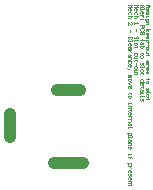
<source format=gm1>
%FSLAX23Y23*%
%MOIN*%
G70*
G01*
G75*
G04 Layer_Color=16711935*
%ADD10R,0.118X0.276*%
%ADD11R,0.067X0.043*%
%ADD12R,0.039X0.051*%
%ADD13R,0.055X0.043*%
%ADD14O,0.061X0.010*%
%ADD15O,0.010X0.061*%
%ADD16R,0.043X0.055*%
%ADD17R,0.051X0.039*%
%ADD18R,0.413X0.331*%
%ADD19R,0.041X0.130*%
%ADD20R,0.041X0.150*%
%ADD21R,0.421X0.331*%
%ADD22R,0.059X0.024*%
%ADD23O,0.024X0.087*%
%ADD24C,0.020*%
%ADD25C,0.010*%
%ADD26C,0.012*%
%ADD27R,0.059X0.059*%
%ADD28C,0.059*%
%ADD29C,0.150*%
%ADD30R,0.150X0.150*%
%ADD31R,0.059X0.059*%
%ADD32C,0.051*%
%ADD33C,0.073*%
%ADD34R,0.073X0.073*%
%ADD35C,0.059*%
%ADD36O,0.079X0.157*%
%ADD37O,0.157X0.079*%
%ADD38O,0.177X0.079*%
%ADD39C,0.064*%
%ADD40C,0.130*%
%ADD41C,0.088*%
%ADD42C,0.060*%
%ADD43C,0.071*%
%ADD44R,0.071X0.071*%
%ADD45C,0.067*%
%ADD46R,0.067X0.067*%
%ADD47C,0.050*%
%ADD48C,0.008*%
%ADD49C,0.010*%
%ADD50C,0.024*%
%ADD51C,0.006*%
%ADD52R,0.126X0.284*%
%ADD53R,0.075X0.051*%
%ADD54R,0.047X0.059*%
%ADD55R,0.063X0.051*%
%ADD56O,0.069X0.018*%
%ADD57O,0.018X0.069*%
%ADD58R,0.051X0.063*%
%ADD59R,0.059X0.047*%
%ADD60R,0.421X0.339*%
%ADD61R,0.049X0.138*%
%ADD62R,0.049X0.158*%
%ADD63R,0.429X0.339*%
%ADD64R,0.067X0.032*%
%ADD65O,0.032X0.095*%
%ADD66R,0.067X0.067*%
%ADD67C,0.067*%
%ADD68C,0.158*%
%ADD69R,0.158X0.158*%
%ADD70R,0.067X0.067*%
%ADD71C,0.059*%
%ADD72C,0.081*%
%ADD73R,0.081X0.081*%
%ADD74C,0.067*%
%ADD75O,0.087X0.165*%
%ADD76O,0.165X0.087*%
%ADD77O,0.185X0.087*%
%ADD78C,0.072*%
%ADD79C,0.138*%
%ADD80C,0.096*%
%ADD81C,0.068*%
%ADD82C,0.079*%
%ADD83R,0.079X0.079*%
%ADD84C,0.075*%
%ADD85R,0.075X0.075*%
%ADD86C,0.058*%
%ADD87C,0.039*%
%ADD88C,0.001*%
D87*
X2271Y3301D02*
X2369D01*
X2123Y3387D02*
Y3466D01*
X2281Y3545D02*
X2359D01*
D88*
X2559Y3829D02*
X2567D01*
X2571Y3825D01*
X2567Y3821D01*
X2559D01*
X2565D01*
Y3829D01*
X2559Y3817D02*
Y3813D01*
Y3815D01*
X2571D01*
Y3817D01*
X2559Y3801D02*
Y3805D01*
X2561Y3807D01*
X2565D01*
X2567Y3805D01*
Y3801D01*
X2565Y3799D01*
X2563D01*
Y3807D01*
X2567Y3795D02*
X2559D01*
X2563D01*
X2565Y3793D01*
X2567Y3791D01*
Y3789D01*
X2569Y3782D02*
X2567D01*
Y3783D01*
Y3780D01*
Y3782D01*
X2561D01*
X2559Y3780D01*
Y3762D02*
X2571D01*
Y3756D01*
X2569Y3754D01*
X2565D01*
X2563Y3756D01*
Y3762D01*
X2569Y3742D02*
X2571Y3744D01*
Y3748D01*
X2569Y3750D01*
X2561D01*
X2559Y3748D01*
Y3744D01*
X2561Y3742D01*
X2571Y3738D02*
X2559D01*
Y3732D01*
X2561Y3730D01*
X2563D01*
X2565Y3732D01*
Y3738D01*
Y3732D01*
X2567Y3730D01*
X2569D01*
X2571Y3732D01*
Y3738D01*
X2559Y3713D02*
X2569D01*
X2565D01*
Y3715D01*
Y3711D01*
Y3713D01*
X2569D01*
X2571Y3711D01*
X2567Y3703D02*
Y3699D01*
X2565Y3697D01*
X2559D01*
Y3703D01*
X2561Y3705D01*
X2563Y3703D01*
Y3697D01*
X2571Y3693D02*
X2559D01*
Y3687D01*
X2561Y3685D01*
X2563D01*
X2565D01*
X2567Y3687D01*
Y3693D01*
X2569Y3667D02*
X2567D01*
Y3669D01*
Y3665D01*
Y3667D01*
X2561D01*
X2559Y3665D01*
Y3658D02*
Y3654D01*
X2561Y3652D01*
X2565D01*
X2567Y3654D01*
Y3658D01*
X2565Y3660D01*
X2561D01*
X2559Y3658D01*
Y3636D02*
Y3630D01*
X2561Y3628D01*
X2563Y3630D01*
Y3634D01*
X2565Y3636D01*
X2567Y3634D01*
Y3628D01*
X2559Y3624D02*
Y3620D01*
Y3622D01*
X2571D01*
Y3624D01*
X2559Y3612D02*
Y3608D01*
X2561Y3606D01*
X2565D01*
X2567Y3608D01*
Y3612D01*
X2565Y3614D01*
X2561D01*
X2559Y3612D01*
X2569Y3600D02*
X2567D01*
Y3602D01*
Y3599D01*
Y3600D01*
X2561D01*
X2559Y3599D01*
X2571Y3573D02*
X2559D01*
Y3579D01*
X2561Y3581D01*
X2565D01*
X2567Y3579D01*
Y3573D01*
X2559Y3563D02*
Y3567D01*
X2561Y3569D01*
X2565D01*
X2567Y3567D01*
Y3563D01*
X2565Y3561D01*
X2563D01*
Y3569D01*
X2569Y3555D02*
X2567D01*
Y3557D01*
Y3553D01*
Y3555D01*
X2561D01*
X2559Y3553D01*
X2567Y3545D02*
Y3541D01*
X2565Y3539D01*
X2559D01*
Y3545D01*
X2561Y3547D01*
X2563Y3545D01*
Y3539D01*
X2559Y3536D02*
Y3532D01*
Y3534D01*
X2567D01*
Y3536D01*
X2559Y3526D02*
Y3522D01*
Y3524D01*
X2571D01*
Y3526D01*
X2559Y3516D02*
Y3510D01*
X2561Y3508D01*
X2563Y3510D01*
Y3514D01*
X2565Y3516D01*
X2567Y3514D01*
Y3508D01*
X2579Y3829D02*
X2586D01*
X2590Y3825D01*
X2586Y3821D01*
X2579D01*
X2584D01*
Y3829D01*
X2579Y3817D02*
Y3811D01*
X2580Y3809D01*
X2582Y3811D01*
Y3815D01*
X2584Y3817D01*
X2586Y3815D01*
Y3809D01*
X2579Y3805D02*
Y3799D01*
X2580Y3797D01*
X2582Y3799D01*
Y3803D01*
X2584Y3805D01*
X2586Y3803D01*
Y3797D01*
X2579Y3793D02*
Y3789D01*
Y3791D01*
X2586D01*
Y3793D01*
X2575Y3780D02*
Y3778D01*
X2577Y3776D01*
X2586D01*
Y3782D01*
X2584Y3783D01*
X2580D01*
X2579Y3782D01*
Y3776D01*
Y3772D02*
X2586D01*
Y3766D01*
X2584Y3764D01*
X2579D01*
Y3748D02*
X2590D01*
X2582D02*
X2586Y3742D01*
X2582Y3748D02*
X2579Y3742D01*
Y3730D02*
Y3734D01*
X2580Y3736D01*
X2584D01*
X2586Y3734D01*
Y3730D01*
X2584Y3728D01*
X2582D01*
Y3736D01*
X2579Y3719D02*
Y3722D01*
X2580Y3724D01*
X2584D01*
X2586Y3722D01*
Y3719D01*
X2584Y3717D01*
X2582D01*
Y3724D01*
X2575Y3713D02*
X2586D01*
Y3707D01*
X2584Y3705D01*
X2580D01*
X2579Y3707D01*
Y3713D01*
X2584Y3701D02*
Y3693D01*
X2579Y3687D02*
Y3683D01*
X2580Y3681D01*
X2584D01*
X2586Y3683D01*
Y3687D01*
X2584Y3689D01*
X2580D01*
X2579Y3687D01*
X2586Y3677D02*
X2580D01*
X2579Y3675D01*
Y3669D01*
X2586D01*
X2588Y3663D02*
X2586D01*
Y3665D01*
Y3661D01*
Y3663D01*
X2580D01*
X2579Y3661D01*
X2586Y3642D02*
Y3638D01*
X2584Y3636D01*
X2579D01*
Y3642D01*
X2580Y3644D01*
X2582Y3642D01*
Y3636D01*
X2586Y3632D02*
X2579D01*
X2582D01*
X2584Y3630D01*
X2586Y3628D01*
Y3626D01*
X2579Y3614D02*
Y3618D01*
X2580Y3620D01*
X2584D01*
X2586Y3618D01*
Y3614D01*
X2584Y3612D01*
X2582D01*
Y3620D01*
X2586Y3606D02*
Y3602D01*
X2584Y3600D01*
X2579D01*
Y3606D01*
X2580Y3608D01*
X2582Y3606D01*
Y3600D01*
X2588Y3583D02*
X2586D01*
Y3585D01*
Y3581D01*
Y3583D01*
X2580D01*
X2579Y3581D01*
Y3573D02*
Y3569D01*
X2580Y3567D01*
X2584D01*
X2586Y3569D01*
Y3573D01*
X2584Y3575D01*
X2580D01*
X2579Y3573D01*
Y3551D02*
Y3545D01*
X2580Y3543D01*
X2582Y3545D01*
Y3549D01*
X2584Y3551D01*
X2586Y3549D01*
Y3543D01*
X2579Y3539D02*
Y3536D01*
Y3537D01*
X2590D01*
Y3539D01*
X2579Y3528D02*
Y3524D01*
X2580Y3522D01*
X2584D01*
X2586Y3524D01*
Y3528D01*
X2584Y3530D01*
X2580D01*
X2579Y3528D01*
X2588Y3516D02*
X2586D01*
Y3518D01*
Y3514D01*
Y3516D01*
X2580D01*
X2579Y3514D01*
X2539Y3829D02*
X2551D01*
X2547Y3825D01*
X2551Y3821D01*
X2539D01*
Y3811D02*
Y3815D01*
X2541Y3817D01*
X2545D01*
X2547Y3815D01*
Y3811D01*
X2545Y3809D01*
X2543D01*
Y3817D01*
X2547Y3797D02*
Y3803D01*
X2545Y3805D01*
X2541D01*
X2539Y3803D01*
Y3797D01*
X2551Y3793D02*
X2539D01*
X2545D01*
X2547Y3791D01*
Y3787D01*
X2545Y3785D01*
X2539D01*
Y3770D02*
Y3766D01*
Y3768D01*
X2551D01*
X2549Y3770D01*
X2545Y3748D02*
Y3740D01*
X2549Y3717D02*
X2551Y3719D01*
Y3722D01*
X2549Y3724D01*
X2547D01*
X2545Y3722D01*
Y3719D01*
X2543Y3717D01*
X2541D01*
X2539Y3719D01*
Y3722D01*
X2541Y3724D01*
X2539Y3713D02*
Y3709D01*
Y3711D01*
X2551D01*
Y3713D01*
X2539Y3701D02*
Y3697D01*
X2541Y3695D01*
X2545D01*
X2547Y3697D01*
Y3701D01*
X2545Y3703D01*
X2541D01*
X2539Y3701D01*
X2549Y3689D02*
X2547D01*
Y3691D01*
Y3687D01*
Y3689D01*
X2541D01*
X2539Y3687D01*
X2547Y3661D02*
Y3667D01*
X2545Y3669D01*
X2541D01*
X2539Y3667D01*
Y3661D01*
X2547Y3658D02*
X2541D01*
X2539Y3656D01*
Y3650D01*
X2547D01*
X2549Y3644D02*
X2547D01*
Y3646D01*
Y3642D01*
Y3644D01*
X2541D01*
X2539Y3642D01*
X2545Y3636D02*
Y3628D01*
X2539Y3622D02*
Y3618D01*
X2541Y3616D01*
X2545D01*
X2547Y3618D01*
Y3622D01*
X2545Y3624D01*
X2541D01*
X2539Y3622D01*
X2547Y3612D02*
X2541D01*
X2539Y3610D01*
Y3604D01*
X2547D01*
X2549Y3599D02*
X2547D01*
Y3600D01*
Y3597D01*
Y3599D01*
X2541D01*
X2539Y3597D01*
X2519Y3829D02*
X2531D01*
X2527Y3825D01*
X2531Y3821D01*
X2519D01*
Y3811D02*
Y3815D01*
X2521Y3817D01*
X2525D01*
X2527Y3815D01*
Y3811D01*
X2525Y3809D01*
X2523D01*
Y3817D01*
X2527Y3797D02*
Y3803D01*
X2525Y3805D01*
X2521D01*
X2519Y3803D01*
Y3797D01*
X2531Y3793D02*
X2519D01*
X2525D01*
X2527Y3791D01*
Y3787D01*
X2525Y3785D01*
X2519D01*
Y3762D02*
Y3770D01*
X2527Y3762D01*
X2529D01*
X2531Y3764D01*
Y3768D01*
X2529Y3770D01*
X2525Y3746D02*
Y3738D01*
X2529Y3715D02*
X2531Y3717D01*
Y3721D01*
X2529Y3722D01*
X2521D01*
X2519Y3721D01*
Y3717D01*
X2521Y3715D01*
X2519Y3711D02*
Y3707D01*
Y3709D01*
X2531D01*
Y3711D01*
X2519Y3695D02*
Y3699D01*
X2521Y3701D01*
X2525D01*
X2527Y3699D01*
Y3695D01*
X2525Y3693D01*
X2523D01*
Y3701D01*
X2527Y3687D02*
Y3683D01*
X2525Y3681D01*
X2519D01*
Y3687D01*
X2521Y3689D01*
X2523Y3687D01*
Y3681D01*
X2527Y3677D02*
X2519D01*
X2523D01*
X2525Y3675D01*
X2527Y3673D01*
Y3671D01*
Y3663D02*
Y3660D01*
X2525Y3658D01*
X2519D01*
Y3663D01*
X2521Y3665D01*
X2523Y3663D01*
Y3658D01*
X2519Y3654D02*
X2527D01*
Y3648D01*
X2525Y3646D01*
X2519D01*
X2527Y3634D02*
Y3640D01*
X2525Y3642D01*
X2521D01*
X2519Y3640D01*
Y3634D01*
Y3624D02*
Y3628D01*
X2521Y3630D01*
X2525D01*
X2527Y3628D01*
Y3624D01*
X2525Y3622D01*
X2523D01*
Y3630D01*
X2517Y3616D02*
X2519Y3614D01*
X2521D01*
Y3616D01*
X2519D01*
Y3614D01*
X2517Y3616D01*
X2516Y3618D01*
X2519Y3595D02*
X2527D01*
Y3593D01*
X2525Y3591D01*
X2519D01*
X2525D01*
X2527Y3589D01*
X2525Y3587D01*
X2519D01*
Y3581D02*
Y3577D01*
X2521Y3575D01*
X2525D01*
X2527Y3577D01*
Y3581D01*
X2525Y3583D01*
X2521D01*
X2519Y3581D01*
X2527Y3571D02*
X2519Y3567D01*
X2527Y3563D01*
X2519Y3553D02*
Y3557D01*
X2521Y3559D01*
X2525D01*
X2527Y3557D01*
Y3553D01*
X2525Y3551D01*
X2523D01*
Y3559D01*
X2529Y3534D02*
X2527D01*
Y3536D01*
Y3532D01*
Y3534D01*
X2521D01*
X2519Y3532D01*
Y3524D02*
Y3520D01*
X2521Y3518D01*
X2525D01*
X2527Y3520D01*
Y3524D01*
X2525Y3526D01*
X2521D01*
X2519Y3524D01*
Y3502D02*
Y3498D01*
Y3500D01*
X2527D01*
Y3502D01*
X2519Y3492D02*
X2527D01*
Y3486D01*
X2525Y3484D01*
X2519D01*
X2529Y3478D02*
X2527D01*
Y3480D01*
Y3476D01*
Y3478D01*
X2521D01*
X2519Y3476D01*
Y3465D02*
Y3469D01*
X2521Y3471D01*
X2525D01*
X2527Y3469D01*
Y3465D01*
X2525Y3463D01*
X2523D01*
Y3471D01*
X2527Y3459D02*
X2519D01*
X2523D01*
X2525Y3457D01*
X2527Y3455D01*
Y3453D01*
X2519Y3447D02*
X2527D01*
Y3441D01*
X2525Y3439D01*
X2519D01*
X2527Y3433D02*
Y3429D01*
X2525Y3427D01*
X2519D01*
Y3433D01*
X2521Y3435D01*
X2523Y3433D01*
Y3427D01*
X2519Y3423D02*
Y3419D01*
Y3421D01*
X2531D01*
Y3423D01*
X2516Y3402D02*
X2527D01*
Y3396D01*
X2525Y3394D01*
X2521D01*
X2519Y3396D01*
Y3402D01*
Y3390D02*
Y3386D01*
Y3388D01*
X2531D01*
Y3390D01*
X2527Y3378D02*
Y3374D01*
X2525Y3372D01*
X2519D01*
Y3378D01*
X2521Y3380D01*
X2523Y3378D01*
Y3372D01*
X2519Y3368D02*
X2527D01*
Y3362D01*
X2525Y3360D01*
X2519D01*
Y3351D02*
Y3354D01*
X2521Y3356D01*
X2525D01*
X2527Y3354D01*
Y3351D01*
X2525Y3349D01*
X2523D01*
Y3356D01*
X2519Y3333D02*
Y3329D01*
Y3331D01*
X2527D01*
Y3333D01*
X2519Y3321D02*
X2529D01*
X2525D01*
Y3323D01*
Y3319D01*
Y3321D01*
X2529D01*
X2531Y3319D01*
X2516Y3301D02*
X2527D01*
Y3295D01*
X2525Y3293D01*
X2521D01*
X2519Y3295D01*
Y3301D01*
X2527Y3290D02*
X2519D01*
X2523D01*
X2525Y3288D01*
X2527Y3286D01*
Y3284D01*
X2519Y3272D02*
Y3276D01*
X2521Y3278D01*
X2525D01*
X2527Y3276D01*
Y3272D01*
X2525Y3270D01*
X2523D01*
Y3278D01*
X2519Y3266D02*
Y3260D01*
X2521Y3258D01*
X2523Y3260D01*
Y3264D01*
X2525Y3266D01*
X2527Y3264D01*
Y3258D01*
X2519Y3248D02*
Y3252D01*
X2521Y3254D01*
X2525D01*
X2527Y3252D01*
Y3248D01*
X2525Y3246D01*
X2523D01*
Y3254D01*
X2519Y3242D02*
X2527D01*
Y3236D01*
X2525Y3234D01*
X2519D01*
X2529Y3229D02*
X2527D01*
Y3231D01*
Y3227D01*
Y3229D01*
X2521D01*
X2519Y3227D01*
M02*

</source>
